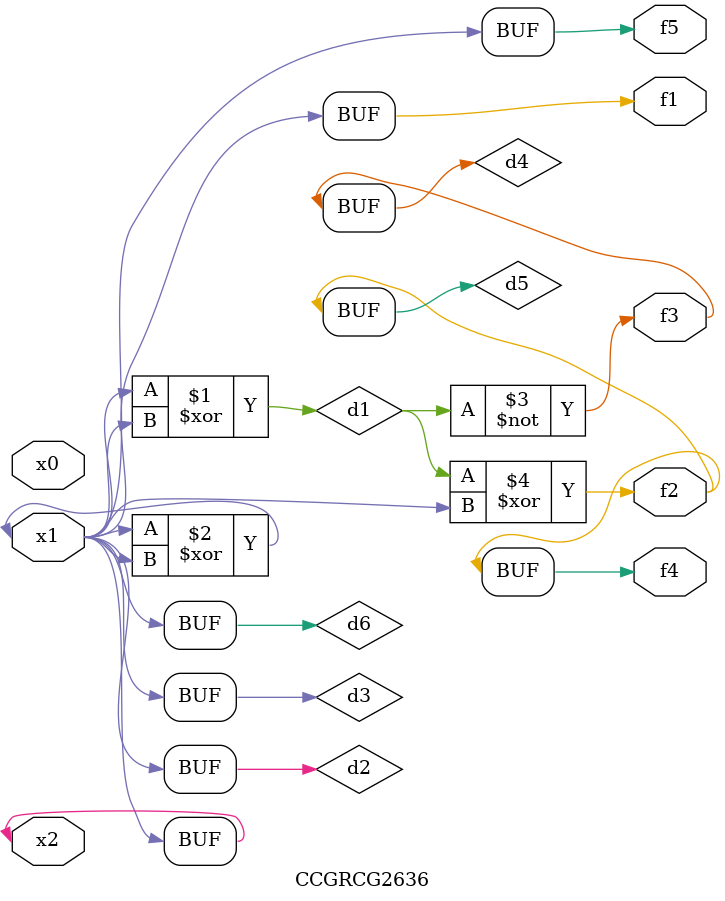
<source format=v>
module CCGRCG2636(
	input x0, x1, x2,
	output f1, f2, f3, f4, f5
);

	wire d1, d2, d3, d4, d5, d6;

	xor (d1, x1, x2);
	buf (d2, x1, x2);
	xor (d3, x1, x2);
	nor (d4, d1);
	xor (d5, d1, d2);
	buf (d6, d2, d3);
	assign f1 = d6;
	assign f2 = d5;
	assign f3 = d4;
	assign f4 = d5;
	assign f5 = d6;
endmodule

</source>
